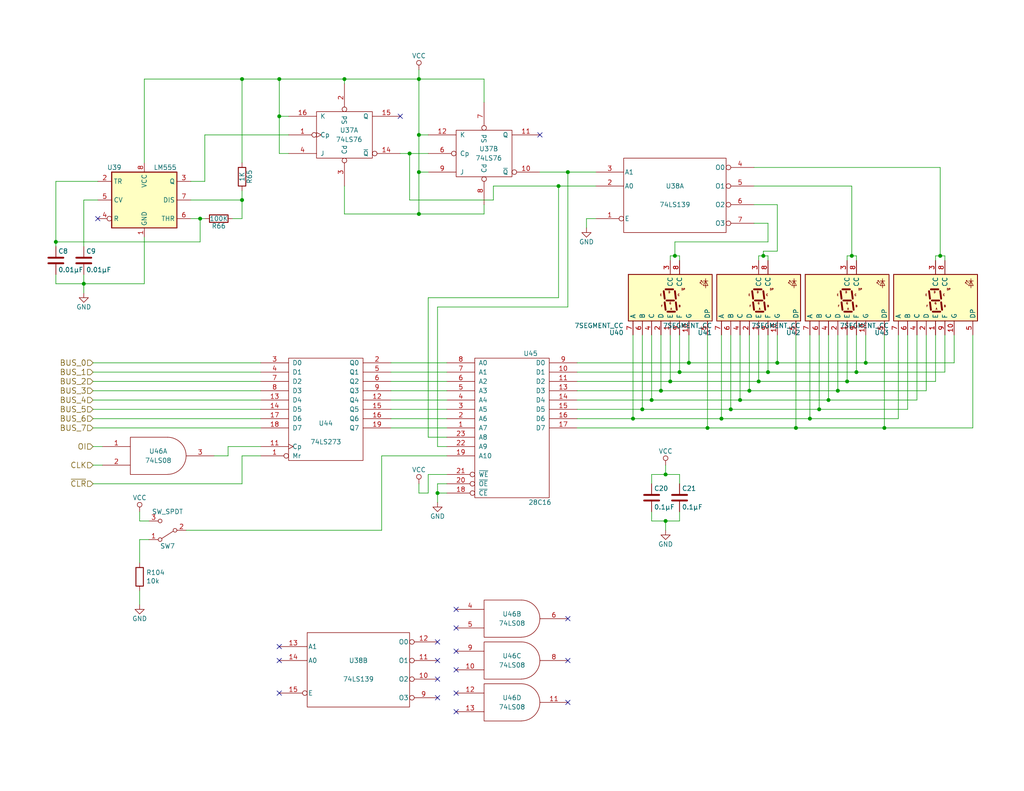
<source format=kicad_sch>
(kicad_sch (version 20231120) (generator "eeschema") (generator_version "8.0")
  (paper "USLetter")
  (lib_symbols
    (symbol "8bit-computer-rescue:28C16-8bit-computer-rescue" (pin_names (offset 1.016))
      (property "Reference" "U" (at 5.08 20.32 0))
      (property "Value" "8bit-computer-rescue:28C16" (at 7.62 -20.32 0))
      (symbol "28C16-8bit-computer-rescue_0_0"
        (pin power_in line (at 0 -20.32 90) (length 1.27) hide (name "GND") (number "12"))
        (pin power_in line (at 0 20.32 270) (length 1.27) hide (name "VCC") (number "24"))
      )
      (symbol "28C16-8bit-computer-rescue_0_1"
        (rectangle (start -10.16 19.05) (end 10.16 -19.05))
      )
      (symbol "28C16-8bit-computer-rescue_1_1"
        (pin input line (at -17.78 0 0) (length 7.62) (name "A7") (number "1"))
        (pin tri_state line (at 17.78 15.24 180) (length 7.62) (name "D1") (number "10"))
        (pin tri_state line (at 17.78 12.7 180) (length 7.62) (name "D2") (number "11"))
        (pin tri_state line (at 17.78 10.16 180) (length 7.62) (name "D3") (number "13"))
        (pin tri_state line (at 17.78 7.62 180) (length 7.62) (name "D4") (number "14"))
        (pin tri_state line (at 17.78 5.08 180) (length 7.62) (name "D5") (number "15"))
        (pin tri_state line (at 17.78 2.54 180) (length 7.62) (name "D6") (number "16"))
        (pin tri_state line (at 17.78 0 180) (length 7.62) (name "D7") (number "17"))
        (pin input inverted (at -17.78 -17.78 0) (length 7.62) (name "~{CE}") (number "18"))
        (pin input line (at -17.78 -7.62 0) (length 7.62) (name "A10") (number "19"))
        (pin input line (at -17.78 2.54 0) (length 7.62) (name "A6") (number "2"))
        (pin input inverted (at -17.78 -15.24 0) (length 7.62) (name "~{OE}") (number "20"))
        (pin input inverted (at -17.78 -12.7 0) (length 7.62) (name "~{WE}") (number "21"))
        (pin input line (at -17.78 -5.08 0) (length 7.62) (name "A9") (number "22"))
        (pin input line (at -17.78 -2.54 0) (length 7.62) (name "A8") (number "23"))
        (pin input line (at -17.78 5.08 0) (length 7.62) (name "A5") (number "3"))
        (pin input line (at -17.78 7.62 0) (length 7.62) (name "A4") (number "4"))
        (pin input line (at -17.78 10.16 0) (length 7.62) (name "A3") (number "5"))
        (pin input line (at -17.78 12.7 0) (length 7.62) (name "A2") (number "6"))
        (pin input line (at -17.78 15.24 0) (length 7.62) (name "A1") (number "7"))
        (pin input line (at -17.78 17.78 0) (length 7.62) (name "A0") (number "8"))
        (pin tri_state line (at 17.78 17.78 180) (length 7.62) (name "D0") (number "9"))
      )
    )
    (symbol "8bit-computer-rescue:74LS08-8bit-computer-rescue" (pin_names (offset 0.762))
      (property "Reference" "U" (at 0 1.27 0))
      (property "Value" "8bit-computer-rescue:74LS08" (at 0 -1.27 0))
      (symbol "74LS08-8bit-computer-rescue_0_0"
        (pin power_in line (at -5.08 5.08 90) (length 0) hide (name "VCC") (number "14"))
        (pin power_in line (at -5.08 -5.08 90) (length 0) hide (name "GND") (number "7"))
      )
      (symbol "74LS08-8bit-computer-rescue_0_1"
        (polyline (pts (xy 2.54 5.08) (xy -7.62 5.08) (xy -7.62 -5.08) (xy 2.54 -5.08)))
        (arc (start 2.5654 -5.0546) (mid 7.5947 0.0001) (end 2.5654 5.08))
      )
      (symbol "74LS08-8bit-computer-rescue_0_2"
        (arc (start -7.62 -5.0292) (mid -5.3094 0.0082) (end -7.62 5.0546))
        (arc (start 0 -5.0546) (mid 4.5632 -3.6449) (end 7.5946 0.0508))
        (polyline (pts (xy -7.62 -5.08) (xy 0 -5.08)))
        (polyline (pts (xy -7.62 5.08) (xy 0 5.08)))
        (arc (start 7.62 0) (mid 4.6132 3.6946) (end 0.0508 5.08))
      )
      (symbol "74LS08-8bit-computer-rescue_1_1"
        (pin input line (at -15.24 2.54 0) (length 7.62) (name "~") (number "1"))
        (pin input line (at -15.24 -2.54 0) (length 7.62) (name "~") (number "2"))
        (pin output line (at 15.24 0 180) (length 7.62) (name "~") (number "3"))
      )
      (symbol "74LS08-8bit-computer-rescue_1_2"
        (pin input inverted (at -15.24 2.54 0) (length 9.398) (name "~") (number "1"))
        (pin input inverted (at -15.24 -2.54 0) (length 9.398) (name "~") (number "2"))
        (pin output inverted (at 15.24 0 180) (length 7.62) (name "~") (number "3"))
      )
      (symbol "74LS08-8bit-computer-rescue_2_1"
        (pin input line (at -15.24 2.54 0) (length 7.62) (name "~") (number "4"))
        (pin input line (at -15.24 -2.54 0) (length 7.62) (name "~") (number "5"))
        (pin output line (at 15.24 0 180) (length 7.62) (name "~") (number "6"))
      )
      (symbol "74LS08-8bit-computer-rescue_2_2"
        (pin input inverted (at -15.24 2.54 0) (length 9.398) (name "~") (number "4"))
        (pin input inverted (at -15.24 -2.54 0) (length 9.398) (name "~") (number "5"))
        (pin output inverted (at 15.24 0 180) (length 7.62) (name "~") (number "6"))
      )
      (symbol "74LS08-8bit-computer-rescue_3_1"
        (pin input line (at -15.24 -2.54 0) (length 7.62) (name "~") (number "10"))
        (pin output line (at 15.24 0 180) (length 7.62) (name "~") (number "8"))
        (pin input line (at -15.24 2.54 0) (length 7.62) (name "~") (number "9"))
      )
      (symbol "74LS08-8bit-computer-rescue_3_2"
        (pin input inverted (at -15.24 -2.54 0) (length 9.398) (name "~") (number "10"))
        (pin output inverted (at 15.24 0 180) (length 7.62) (name "~") (number "8"))
        (pin input inverted (at -15.24 2.54 0) (length 9.398) (name "~") (number "9"))
      )
      (symbol "74LS08-8bit-computer-rescue_4_1"
        (pin output line (at 15.24 0 180) (length 7.62) (name "~") (number "11"))
        (pin input line (at -15.24 2.54 0) (length 7.62) (name "~") (number "12"))
        (pin input line (at -15.24 -2.54 0) (length 7.62) (name "~") (number "13"))
      )
      (symbol "74LS08-8bit-computer-rescue_4_2"
        (pin output inverted (at 15.24 0 180) (length 7.62) (name "~") (number "11"))
        (pin input inverted (at -15.24 2.54 0) (length 9.398) (name "~") (number "12"))
        (pin input inverted (at -15.24 -2.54 0) (length 9.398) (name "~") (number "13"))
      )
    )
    (symbol "8bit-computer-rescue:74LS139-8bit-computer-rescue" (pin_names (offset 0.254))
      (property "Reference" "U" (at 0 2.54 0))
      (property "Value" "8bit-computer-rescue:74LS139" (at 0 -2.54 0))
      (symbol "74LS139-8bit-computer-rescue_0_0"
        (rectangle (start -13.97 -10.16) (end 13.97 10.16))
        (pin power_in line (at -11.43 10.16 90) (length 0) hide (name "VCC") (number "16"))
        (pin power_in line (at -11.43 -10.16 90) (length 0) hide (name "GND") (number "8"))
      )
      (symbol "74LS139-8bit-computer-rescue_1_1"
        (pin input inverted (at -21.59 -6.35 0) (length 7.62) (name "E") (number "1"))
        (pin input line (at -21.59 2.54 0) (length 7.62) (name "A0") (number "2"))
        (pin input line (at -21.59 6.35 0) (length 7.62) (name "A1") (number "3"))
        (pin output inverted (at 21.59 7.62 180) (length 7.62) (name "O0") (number "4"))
        (pin output inverted (at 21.59 2.54 180) (length 7.62) (name "O1") (number "5"))
        (pin output inverted (at 21.59 -2.54 180) (length 7.62) (name "O2") (number "6"))
        (pin output inverted (at 21.59 -7.62 180) (length 7.62) (name "O3") (number "7"))
      )
      (symbol "74LS139-8bit-computer-rescue_2_1"
        (pin output inverted (at 21.59 -2.54 180) (length 7.62) (name "O2") (number "10"))
        (pin output inverted (at 21.59 2.54 180) (length 7.62) (name "O1") (number "11"))
        (pin output inverted (at 21.59 7.62 180) (length 7.62) (name "O0") (number "12"))
        (pin input line (at -21.59 6.35 0) (length 7.62) (name "A1") (number "13"))
        (pin input line (at -21.59 2.54 0) (length 7.62) (name "A0") (number "14"))
        (pin input inverted (at -21.59 -6.35 0) (length 7.62) (name "E") (number "15"))
        (pin output inverted (at 21.59 -7.62 180) (length 7.62) (name "O3") (number "9"))
      )
    )
    (symbol "8bit-computer-rescue:74LS273-8bit-computer-rescue" (pin_names (offset 1.016))
      (property "Reference" "U" (at 0 -3.81 0))
      (property "Value" "8bit-computer-rescue:74LS273" (at 0 -8.89 0))
      (symbol "74LS273-8bit-computer-rescue_0_0"
        (pin power_in line (at -7.62 -13.97 90) (length 0) hide (name "GND") (number "10"))
        (pin power_in line (at -7.62 13.97 90) (length 0) hide (name "VCC") (number "20"))
      )
      (symbol "74LS273-8bit-computer-rescue_0_1"
        (rectangle (start -10.16 13.97) (end 10.16 -13.97))
      )
      (symbol "74LS273-8bit-computer-rescue_1_1"
        (pin input inverted (at -17.78 -12.7 0) (length 7.62) (name "Mr") (number "1"))
        (pin input clock (at -17.78 -10.16 0) (length 7.62) (name "Cp") (number "11"))
        (pin output line (at 17.78 2.54 180) (length 7.62) (name "Q4") (number "12"))
        (pin input line (at -17.78 2.54 0) (length 7.62) (name "D4") (number "13"))
        (pin input line (at -17.78 0 0) (length 7.62) (name "D5") (number "14"))
        (pin output line (at 17.78 0 180) (length 7.62) (name "Q5") (number "15"))
        (pin output line (at 17.78 -2.54 180) (length 7.62) (name "Q6") (number "16"))
        (pin input line (at -17.78 -2.54 0) (length 7.62) (name "D6") (number "17"))
        (pin input line (at -17.78 -5.08 0) (length 7.62) (name "D7") (number "18"))
        (pin output line (at 17.78 -5.08 180) (length 7.62) (name "Q7") (number "19"))
        (pin output line (at 17.78 12.7 180) (length 7.62) (name "Q0") (number "2"))
        (pin input line (at -17.78 12.7 0) (length 7.62) (name "D0") (number "3"))
        (pin input line (at -17.78 10.16 0) (length 7.62) (name "D1") (number "4"))
        (pin output line (at 17.78 10.16 180) (length 7.62) (name "Q1") (number "5"))
        (pin output line (at 17.78 7.62 180) (length 7.62) (name "Q2") (number "6"))
        (pin input line (at -17.78 7.62 0) (length 7.62) (name "D2") (number "7"))
        (pin input line (at -17.78 5.08 0) (length 7.62) (name "D3") (number "8"))
        (pin output line (at 17.78 5.08 180) (length 7.62) (name "Q3") (number "9"))
      )
    )
    (symbol "8bit-computer-rescue:74LS76-8bit-computer-rescue" (pin_names (offset 1.016))
      (property "Reference" "U" (at 1.27 1.27 0))
      (property "Value" "8bit-computer-rescue:74LS76" (at 1.27 -1.27 0))
      (symbol "74LS76-8bit-computer-rescue_0_0"
        (pin power_in line (at -5.08 -6.35 90) (length 0) hide (name "GND") (number "13"))
        (pin power_in line (at -5.08 6.35 90) (length 0) hide (name "VCC") (number "5"))
      )
      (symbol "74LS76-8bit-computer-rescue_0_1"
        (rectangle (start -7.62 6.35) (end 7.62 -6.35))
      )
      (symbol "74LS76-8bit-computer-rescue_1_1"
        (pin input inverted_clock (at -15.24 0 0) (length 7.62) (name "Cp") (number "1"))
        (pin output inverted (at 15.24 -5.08 180) (length 7.62) (name "~{Q}") (number "14"))
        (pin output line (at 15.24 5.08 180) (length 7.62) (name "Q") (number "15"))
        (pin input line (at -15.24 5.08 0) (length 7.62) (name "K") (number "16"))
        (pin input inverted (at 0 13.97 270) (length 7.62) (name "Sd") (number "2"))
        (pin input inverted (at 0 -13.97 90) (length 7.62) (name "Cd") (number "3"))
        (pin input line (at -15.24 -5.08 0) (length 7.62) (name "J") (number "4"))
      )
      (symbol "74LS76-8bit-computer-rescue_2_1"
        (pin output inverted (at 15.24 -5.08 180) (length 7.62) (name "~{Q}") (number "10"))
        (pin output line (at 15.24 5.08 180) (length 7.62) (name "Q") (number "11"))
        (pin input line (at -15.24 5.08 0) (length 7.62) (name "K") (number "12"))
        (pin input inverted (at -15.24 0 0) (length 7.62) (name "Cp") (number "6"))
        (pin input inverted (at 0 13.97 270) (length 7.62) (name "Sd") (number "7"))
        (pin input inverted (at 0 -13.97 90) (length 7.62) (name "Cd") (number "8"))
        (pin input line (at -15.24 -5.08 0) (length 7.62) (name "J") (number "9"))
      )
    )
    (symbol "8bit-computer-rescue:7SEGMENT_CC-8bit-computer-rescue" (pin_names (offset 0.635))
      (property "Reference" "U" (at -12.7 9.525 0))
      (property "Value" "8bit-computer-rescue:7SEGMENT_CC" (at -12.7 7.62 0))
      (symbol "7SEGMENT_CC-8bit-computer-rescue_0_0"
        (text "A" (at 0.254 3.048 0) (effects (font (size 0.508 0.508))))
        (text "B" (at 2.54 2.286 0) (effects (font (size 0.508 0.508))))
        (text "C" (at 2.286 -0.762 0) (effects (font (size 0.508 0.508))))
        (text "D" (at -0.254 -1.524 0) (effects (font (size 0.508 0.508))))
        (text "DP" (at 3.556 -2.286 0) (effects (font (size 0.508 0.508))))
        (text "E" (at -2.54 -0.762 0) (effects (font (size 0.508 0.508))))
        (text "F" (at -2.286 2.286 0) (effects (font (size 0.508 0.508))))
        (text "G" (at 0 1.524 0) (effects (font (size 0.508 0.508))))
      )
      (symbol "7SEGMENT_CC-8bit-computer-rescue_0_1"
        (rectangle (start -11.43 -6.35) (end 11.43 6.35) (stroke (width 0.254)) (fill (type background)))
        (polyline (pts (xy -1.524 0.254) (xy -1.778 -1.778)) (stroke (width 0.508)))
        (polyline (pts (xy -1.27 -2.286) (xy 0.762 -2.286)) (stroke (width 0.508)))
        (polyline (pts (xy -1.27 3.302) (xy -1.524 1.27)) (stroke (width 0.508)))
        (polyline (pts (xy -1.016 0.762) (xy 1.016 0.762)) (stroke (width 0.508)))
        (polyline (pts (xy -0.762 3.81) (xy 1.27 3.81)) (stroke (width 0.508)))
        (polyline (pts (xy 1.524 0.254) (xy 1.27 -1.778)) (stroke (width 0.508)))
        (polyline (pts (xy 1.778 3.302) (xy 1.524 1.27)) (stroke (width 0.508)))
        (polyline (pts (xy 2.54 -2.286) (xy 2.54 -2.286)) (stroke (width 0.508)))
        (polyline (pts (xy 8.763 -3.556) (xy 8.128 -4.191)))
        (polyline (pts (xy 9.017 -4.572) (xy 10.287 -4.572)))
        (polyline (pts (xy 9.017 -4.064) (xy 8.382 -4.699)))
        (polyline (pts (xy 9.652 -5.207) (xy 9.652 -2.667)))
        (polyline (pts (xy 8.128 -3.937) (xy 8.128 -4.191) (xy 8.382 -4.191)))
        (polyline (pts (xy 8.382 -4.445) (xy 8.382 -4.699) (xy 8.636 -4.699)))
        (polyline (pts (xy 9.017 -3.302) (xy 10.287 -3.302) (xy 9.652 -4.572) (xy 9.017 -3.302)))
      )
      (symbol "7SEGMENT_CC-8bit-computer-rescue_1_1"
        (pin input line (at 0 10.16 270) (length 3.81) (name "E") (number "1"))
        (pin input line (at 5.08 10.16 270) (length 3.81) (name "G") (number "10"))
        (pin input line (at -2.54 10.16 270) (length 3.81) (name "D") (number "2"))
        (pin input line (at 0 -10.16 90) (length 3.81) (name "CC") (number "3"))
        (pin input line (at -5.08 10.16 270) (length 3.81) (name "C") (number "4"))
        (pin input line (at 10.16 10.16 270) (length 3.81) (name "DP") (number "5"))
        (pin input line (at -7.62 10.16 270) (length 3.81) (name "B") (number "6"))
        (pin input line (at -10.16 10.16 270) (length 3.81) (name "A") (number "7"))
        (pin input line (at 2.54 -10.16 90) (length 3.81) (name "CC") (number "8"))
        (pin input line (at 2.54 10.16 270) (length 3.81) (name "F") (number "9"))
      )
    )
    (symbol "8bit-computer-rescue:GND-power" (power) (pin_names (offset 0))
      (property "Value" "power:GND" (at 0 -3.81 0))
      (symbol "GND-power_0_1"
        (polyline (pts (xy 0 0) (xy 0 -1.27) (xy 1.27 -1.27) (xy 0 -2.54) (xy -1.27 -1.27) (xy 0 -1.27)))
      )
      (symbol "GND-power_1_1"
        (pin power_in line (at 0 0 270) (length 0) hide (name "GND") (number "1"))
      )
    )
    (symbol "8bit-computer-rescue:LM555-8bit-computer-rescue"
      (property "Reference" "U" (at -10.16 8.89 0))
      (property "Value" "8bit-computer-rescue:LM555" (at 2.54 8.89 0))
      (symbol "LM555-8bit-computer-rescue_0_0"
        (pin power_in line (at 0 -10.16 90) (length 2.54) (name "GND") (number "1"))
        (pin power_in line (at 0 10.16 270) (length 2.54) (name "VCC") (number "8"))
      )
      (symbol "LM555-8bit-computer-rescue_0_1"
        (rectangle (start -8.89 -7.62) (end 8.89 7.62) (stroke (width 0.254)) (fill (type background)))
        (rectangle (start -8.89 -7.62) (end 8.89 7.62) (stroke (width 0.254)) (fill (type background)))
      )
      (symbol "LM555-8bit-computer-rescue_1_1"
        (pin input line (at -12.7 5.08 0) (length 3.81) (name "TR") (number "2"))
        (pin output line (at 12.7 5.08 180) (length 3.81) (name "Q") (number "3"))
        (pin input inverted (at -12.7 -5.08 0) (length 3.81) (name "R") (number "4"))
        (pin input line (at -12.7 0 0) (length 3.81) (name "CV") (number "5"))
        (pin input line (at 12.7 -5.08 180) (length 3.81) (name "THR") (number "6"))
        (pin input line (at 12.7 0 180) (length 3.81) (name "DIS") (number "7"))
      )
    )
    (symbol "8bit-computer-rescue:SW_SPDT-8bit-computer-rescue" (pin_names (offset 0) hide)
      (property "Reference" "SW" (at 0 4.318 0))
      (property "Value" "8bit-computer-rescue:SW_SPDT" (at 0 -5.08 0))
      (symbol "SW_SPDT-8bit-computer-rescue_0_0"
        (circle (center -2.032 0) (radius 0.508))
        (circle (center 2.032 -2.54) (radius 0.508))
      )
      (symbol "SW_SPDT-8bit-computer-rescue_0_1"
        (polyline (pts (xy -1.524 0.254) (xy 1.651 2.286)))
        (circle (center 2.032 2.54) (radius 0.508))
      )
      (symbol "SW_SPDT-8bit-computer-rescue_1_1"
        (pin passive line (at 5.08 2.54 180) (length 2.54) (name "A") (number "1"))
        (pin passive line (at -5.08 0 0) (length 2.54) (name "B") (number "2"))
        (pin passive line (at 5.08 -2.54 180) (length 2.54) (name "C") (number "3"))
      )
    )
    (symbol "8bit-computer-rescue:VCC-power" (power) (pin_names (offset 0))
      (property "Value" "power:VCC" (at 0 3.81 0))
      (symbol "VCC-power_0_1"
        (polyline (pts (xy 0 0) (xy 0 1.27)))
        (circle (center 0 1.905) (radius 0.635))
      )
      (symbol "VCC-power_1_1"
        (pin power_in line (at 0 0 90) (length 0) hide (name "VCC") (number "1"))
      )
    )
    (symbol "Device:C" (pin_numbers hide) (pin_names (offset 0.254))
      (property "Reference" "C" (at 0.635 2.54 0))
      (property "Value" "C" (at 0.635 -2.54 0))
      (symbol "C_0_1"
        (polyline (pts (xy -2.032 -0.762) (xy 2.032 -0.762)) (stroke (width 0.508)))
        (polyline (pts (xy -2.032 0.762) (xy 2.032 0.762)) (stroke (width 0.508)))
      )
      (symbol "C_1_1"
        (pin passive line (at 0 3.81 270) (length 2.794) (name "~") (number "1"))
        (pin passive line (at 0 -3.81 90) (length 2.794) (name "~") (number "2"))
      )
    )
    (symbol "Device:R" (pin_numbers hide) (pin_names (offset 0))
      (property "Reference" "R" (at 2.032 0 90))
      (property "Value" "R" (at 0 0 90))
      (symbol "R_0_1"
        (rectangle (start -1.016 -2.54) (end 1.016 2.54) (stroke (width 0.254)))
      )
      (symbol "R_1_1"
        (pin passive line (at 0 3.81 270) (length 1.27) (name "~") (number "1"))
        (pin passive line (at 0 -3.81 90) (length 1.27) (name "~") (number "2"))
      )
    )
  )
  (junction (at 172.72 114.3))
  (junction (at 175.26 111.76))
  (junction (at 228.6 106.68))
  (junction (at 232.41 69.85))
  (junction (at 256.54 69.85))
  (junction (at 204.47 106.68))
  (junction (at 93.98 21.59))
  (junction (at 223.52 111.76))
  (junction (at 226.06 109.22))
  (junction (at 231.14 104.14))
  (junction (at 217.17 116.84))
  (junction (at 114.3 21.59))
  (junction (at 114.3 36.83))
  (junction (at 76.2 31.75))
  (junction (at 196.85 114.3))
  (junction (at 185.42 101.6))
  (junction (at 220.98 114.3))
  (junction (at 111.76 41.91))
  (junction (at 184.15 69.85))
  (junction (at 193.04 116.84))
  (junction (at 182.88 104.14))
  (junction (at 119.38 134.62))
  (junction (at 152.4 50.8))
  (junction (at 208.28 69.85))
  (junction (at 114.3 58.42))
  (junction (at 209.55 101.6))
  (junction (at 66.04 54.61))
  (junction (at 207.01 104.14))
  (junction (at 236.22 99.06))
  (junction (at 177.8 109.22))
  (junction (at 233.68 101.6))
  (junction (at 66.04 21.59))
  (junction (at 154.94 46.99))
  (junction (at 187.96 99.06))
  (junction (at 241.3 116.84))
  (junction (at 181.61 129.54))
  (junction (at 76.2 21.59))
  (junction (at 199.39 111.76))
  (junction (at 54.61 59.69))
  (junction (at 22.86 77.47))
  (junction (at 15.24 66.04))
  (junction (at 201.93 109.22))
  (junction (at 114.3 46.99))
  (junction (at 181.61 142.24))
  (junction (at 180.34 106.68))
  (junction (at 212.09 99.06))
  (no_connect (at 119.38 185.42))
  (no_connect (at 109.22 31.75))
  (no_connect (at 76.2 180.34))
  (no_connect (at 124.46 171.45))
  (no_connect (at 124.46 166.37))
  (no_connect (at 154.94 168.91))
  (no_connect (at 154.94 180.34))
  (no_connect (at 119.38 180.34))
  (no_connect (at 76.2 189.23))
  (no_connect (at 124.46 182.88))
  (no_connect (at 147.32 36.83))
  (no_connect (at 119.38 175.26))
  (no_connect (at 124.46 194.31))
  (no_connect (at 124.46 189.23))
  (no_connect (at 76.2 176.53))
  (no_connect (at 154.94 191.77))
  (no_connect (at 26.67 59.69))
  (no_connect (at 119.38 190.5))
  (no_connect (at 124.46 177.8))
  (wire (pts (xy 22.86 54.61) (xy 22.86 67.31)))
  (wire (pts (xy 256.54 69.85) (xy 257.81 69.85)))
  (wire (pts (xy 52.07 54.61) (xy 66.04 54.61)))
  (wire (pts (xy 228.6 106.68) (xy 228.6 91.44)))
  (wire (pts (xy 15.24 77.47) (xy 22.86 77.47)))
  (wire (pts (xy 22.86 77.47) (xy 39.37 77.47)))
  (wire (pts (xy 54.61 59.69) (xy 55.88 59.69)))
  (wire (pts (xy 177.8 109.22) (xy 177.8 91.44)))
  (wire (pts (xy 208.28 69.85) (xy 208.28 68.58)))
  (wire (pts (xy 154.94 46.99) (xy 162.56 46.99)))
  (wire (pts (xy 134.62 50.8) (xy 134.62 54.61)))
  (wire (pts (xy 66.04 21.59) (xy 66.04 44.45)))
  (wire (pts (xy 231.14 71.12) (xy 231.14 69.85)))
  (wire (pts (xy 55.88 36.83) (xy 78.74 36.83)))
  (wire (pts (xy 177.8 109.22) (xy 201.93 109.22)))
  (wire (pts (xy 175.26 111.76) (xy 199.39 111.76)))
  (wire (pts (xy 116.84 81.28) (xy 116.84 119.38)))
  (wire (pts (xy 25.4 121.92) (xy 27.94 121.92)))
  (wire (pts (xy 223.52 111.76) (xy 247.65 111.76)))
  (wire (pts (xy 182.88 104.14) (xy 207.01 104.14)))
  (wire (pts (xy 132.08 21.59) (xy 132.08 27.94)))
  (wire (pts (xy 185.42 129.54) (xy 185.42 132.08)))
  (wire (pts (xy 119.38 121.92) (xy 121.92 121.92)))
  (wire (pts (xy 181.61 127) (xy 181.61 129.54)))
  (wire (pts (xy 212.09 55.88) (xy 205.74 55.88)))
  (wire (pts (xy 38.1 161.29) (xy 38.1 165.1)))
  (wire (pts (xy 147.32 46.99) (xy 154.94 46.99)))
  (wire (pts (xy 109.22 41.91) (xy 111.76 41.91)))
  (wire (pts (xy 233.68 91.44) (xy 233.68 101.6)))
  (wire (pts (xy 26.67 49.53) (xy 15.24 49.53)))
  (wire (pts (xy 157.48 116.84) (xy 193.04 116.84)))
  (wire (pts (xy 172.72 114.3) (xy 196.85 114.3)))
  (wire (pts (xy 185.42 101.6) (xy 209.55 101.6)))
  (wire (pts (xy 209.55 66.04) (xy 209.55 60.96)))
  (wire (pts (xy 76.2 31.75) (xy 76.2 41.91)))
  (wire (pts (xy 207.01 104.14) (xy 207.01 91.44)))
  (wire (pts (xy 106.68 101.6) (xy 121.92 101.6)))
  (wire (pts (xy 231.14 104.14) (xy 231.14 91.44)))
  (wire (pts (xy 76.2 41.91) (xy 78.74 41.91)))
  (wire (pts (xy 119.38 132.08) (xy 119.38 134.62)))
  (wire (pts (xy 66.04 54.61) (xy 66.04 59.69)))
  (wire (pts (xy 104.14 144.78) (xy 104.14 124.46)))
  (wire (pts (xy 260.35 99.06) (xy 260.35 91.44)))
  (wire (pts (xy 93.98 21.59) (xy 93.98 22.86)))
  (wire (pts (xy 212.09 99.06) (xy 212.09 91.44)))
  (wire (pts (xy 54.61 59.69) (xy 54.61 66.04)))
  (wire (pts (xy 175.26 111.76) (xy 175.26 91.44)))
  (wire (pts (xy 66.04 52.07) (xy 66.04 54.61)))
  (wire (pts (xy 172.72 91.44) (xy 172.72 114.3)))
  (wire (pts (xy 106.68 116.84) (xy 121.92 116.84)))
  (wire (pts (xy 185.42 69.85) (xy 185.42 71.12)))
  (wire (pts (xy 193.04 116.84) (xy 217.17 116.84)))
  (wire (pts (xy 114.3 36.83) (xy 116.84 36.83)))
  (wire (pts (xy 39.37 21.59) (xy 66.04 21.59)))
  (wire (pts (xy 114.3 21.59) (xy 132.08 21.59)))
  (wire (pts (xy 184.15 69.85) (xy 184.15 66.04)))
  (wire (pts (xy 152.4 50.8) (xy 162.56 50.8)))
  (wire (pts (xy 199.39 111.76) (xy 199.39 91.44)))
  (wire (pts (xy 207.01 69.85) (xy 208.28 69.85)))
  (wire (pts (xy 157.48 109.22) (xy 177.8 109.22)))
  (wire (pts (xy 119.38 134.62) (xy 121.92 134.62)))
  (wire (pts (xy 250.19 109.22) (xy 250.19 91.44)))
  (wire (pts (xy 157.48 101.6) (xy 185.42 101.6)))
  (wire (pts (xy 212.09 99.06) (xy 236.22 99.06)))
  (wire (pts (xy 255.27 71.12) (xy 255.27 69.85)))
  (wire (pts (xy 121.92 132.08) (xy 119.38 132.08)))
  (wire (pts (xy 52.07 49.53) (xy 55.88 49.53)))
  (wire (pts (xy 257.81 101.6) (xy 257.81 91.44)))
  (wire (pts (xy 157.48 114.3) (xy 172.72 114.3)))
  (wire (pts (xy 187.96 99.06) (xy 212.09 99.06)))
  (wire (pts (xy 231.14 69.85) (xy 232.41 69.85)))
  (wire (pts (xy 226.06 109.22) (xy 226.06 91.44)))
  (wire (pts (xy 52.07 59.69) (xy 54.61 59.69)))
  (wire (pts (xy 154.94 83.82) (xy 154.94 46.99)))
  (wire (pts (xy 257.81 69.85) (xy 257.81 71.12)))
  (wire (pts (xy 116.84 129.54) (xy 121.92 129.54)))
  (wire (pts (xy 182.88 91.44) (xy 182.88 104.14)))
  (wire (pts (xy 119.38 83.82) (xy 154.94 83.82)))
  (wire (pts (xy 106.68 104.14) (xy 121.92 104.14)))
  (wire (pts (xy 220.98 114.3) (xy 220.98 91.44)))
  (wire (pts (xy 39.37 77.47) (xy 39.37 64.77)))
  (wire (pts (xy 114.3 58.42) (xy 132.08 58.42)))
  (wire (pts (xy 157.48 99.06) (xy 187.96 99.06)))
  (wire (pts (xy 114.3 46.99) (xy 114.3 58.42)))
  (wire (pts (xy 134.62 54.61) (xy 111.76 54.61)))
  (wire (pts (xy 233.68 101.6) (xy 257.81 101.6)))
  (wire (pts (xy 157.48 106.68) (xy 180.34 106.68)))
  (wire (pts (xy 93.98 50.8) (xy 93.98 58.42)))
  (wire (pts (xy 25.4 127) (xy 27.94 127)))
  (wire (pts (xy 226.06 109.22) (xy 250.19 109.22)))
  (wire (pts (xy 157.48 104.14) (xy 182.88 104.14)))
  (wire (pts (xy 181.61 142.24) (xy 185.42 142.24)))
  (wire (pts (xy 104.14 124.46) (xy 121.92 124.46)))
  (wire (pts (xy 26.67 54.61) (xy 22.86 54.61)))
  (wire (pts (xy 196.85 114.3) (xy 220.98 114.3)))
  (wire (pts (xy 187.96 99.06) (xy 187.96 91.44)))
  (wire (pts (xy 111.76 41.91) (xy 111.76 54.61)))
  (wire (pts (xy 247.65 111.76) (xy 247.65 91.44)))
  (wire (pts (xy 93.98 58.42) (xy 114.3 58.42)))
  (wire (pts (xy 245.11 114.3) (xy 245.11 91.44)))
  (wire (pts (xy 196.85 114.3) (xy 196.85 91.44)))
  (wire (pts (xy 217.17 116.84) (xy 217.17 91.44)))
  (wire (pts (xy 15.24 74.93) (xy 15.24 77.47)))
  (wire (pts (xy 217.17 116.84) (xy 241.3 116.84)))
  (wire (pts (xy 66.04 124.46) (xy 71.12 124.46)))
  (wire (pts (xy 132.08 58.42) (xy 132.08 55.88)))
  (wire (pts (xy 38.1 147.32) (xy 38.1 153.67)))
  (wire (pts (xy 62.23 124.46) (xy 62.23 121.92)))
  (wire (pts (xy 25.4 116.84) (xy 71.12 116.84)))
  (wire (pts (xy 40.64 147.32) (xy 38.1 147.32)))
  (wire (pts (xy 201.93 109.22) (xy 201.93 91.44)))
  (wire (pts (xy 119.38 134.62) (xy 119.38 137.16)))
  (wire (pts (xy 66.04 59.69) (xy 63.5 59.69)))
  (wire (pts (xy 58.42 124.46) (xy 62.23 124.46)))
  (wire (pts (xy 233.68 69.85) (xy 233.68 71.12)))
  (wire (pts (xy 22.86 74.93) (xy 22.86 77.47)))
  (wire (pts (xy 180.34 106.68) (xy 204.47 106.68)))
  (wire (pts (xy 184.15 69.85) (xy 185.42 69.85)))
  (wire (pts (xy 184.15 66.04) (xy 209.55 66.04)))
  (wire (pts (xy 15.24 49.53) (xy 15.24 66.04)))
  (wire (pts (xy 255.27 69.85) (xy 256.54 69.85)))
  (wire (pts (xy 76.2 21.59) (xy 76.2 31.75)))
  (wire (pts (xy 93.98 21.59) (xy 114.3 21.59)))
  (wire (pts (xy 182.88 71.12) (xy 182.88 69.85)))
  (wire (pts (xy 177.8 142.24) (xy 181.61 142.24)))
  (wire (pts (xy 177.8 132.08) (xy 177.8 129.54)))
  (wire (pts (xy 207.01 71.12) (xy 207.01 69.85)))
  (wire (pts (xy 185.42 142.24) (xy 185.42 139.7)))
  (wire (pts (xy 114.3 36.83) (xy 114.3 46.99)))
  (wire (pts (xy 209.55 91.44) (xy 209.55 101.6)))
  (wire (pts (xy 209.55 101.6) (xy 233.68 101.6)))
  (wire (pts (xy 232.41 69.85) (xy 233.68 69.85)))
  (wire (pts (xy 114.3 46.99) (xy 116.84 46.99)))
  (wire (pts (xy 116.84 134.62) (xy 116.84 129.54)))
  (wire (pts (xy 252.73 106.68) (xy 252.73 91.44)))
  (wire (pts (xy 76.2 21.59) (xy 93.98 21.59)))
  (wire (pts (xy 121.92 109.22) (xy 106.68 109.22)))
  (wire (pts (xy 114.3 134.62) (xy 116.84 134.62)))
  (wire (pts (xy 66.04 21.59) (xy 76.2 21.59)))
  (wire (pts (xy 185.42 101.6) (xy 185.42 91.44)))
  (wire (pts (xy 66.04 132.08) (xy 66.04 124.46)))
  (wire (pts (xy 111.76 41.91) (xy 116.84 41.91)))
  (wire (pts (xy 22.86 77.47) (xy 22.86 80.01)))
  (wire (pts (xy 39.37 21.59) (xy 39.37 44.45)))
  (wire (pts (xy 25.4 101.6) (xy 71.12 101.6)))
  (wire (pts (xy 134.62 50.8) (xy 152.4 50.8)))
  (wire (pts (xy 265.43 116.84) (xy 265.43 91.44)))
  (wire (pts (xy 116.84 119.38) (xy 121.92 119.38)))
  (wire (pts (xy 71.12 104.14) (xy 25.4 104.14)))
  (wire (pts (xy 71.12 114.3) (xy 25.4 114.3)))
  (wire (pts (xy 106.68 106.68) (xy 121.92 106.68)))
  (wire (pts (xy 223.52 111.76) (xy 223.52 91.44)))
  (wire (pts (xy 231.14 104.14) (xy 255.27 104.14)))
  (wire (pts (xy 207.01 104.14) (xy 231.14 104.14)))
  (wire (pts (xy 204.47 106.68) (xy 204.47 91.44)))
  (wire (pts (xy 152.4 50.8) (xy 152.4 81.28)))
  (wire (pts (xy 71.12 99.06) (xy 25.4 99.06)))
  (wire (pts (xy 205.74 45.72) (xy 256.54 45.72)))
  (wire (pts (xy 38.1 142.24) (xy 40.64 142.24)))
  (wire (pts (xy 177.8 129.54) (xy 181.61 129.54)))
  (wire (pts (xy 38.1 139.7) (xy 38.1 142.24)))
  (wire (pts (xy 199.39 111.76) (xy 223.52 111.76)))
  (wire (pts (xy 76.2 31.75) (xy 78.74 31.75)))
  (wire (pts (xy 106.68 99.06) (xy 121.92 99.06)))
  (wire (pts (xy 180.34 106.68) (xy 180.34 91.44)))
  (wire (pts (xy 181.61 129.54) (xy 185.42 129.54)))
  (wire (pts (xy 119.38 83.82) (xy 119.38 121.92)))
  (wire (pts (xy 152.4 81.28) (xy 116.84 81.28)))
  (wire (pts (xy 236.22 99.06) (xy 260.35 99.06)))
  (wire (pts (xy 212.09 68.58) (xy 212.09 55.88)))
  (wire (pts (xy 25.4 106.68) (xy 71.12 106.68)))
  (wire (pts (xy 114.3 19.05) (xy 114.3 21.59)))
  (wire (pts (xy 228.6 106.68) (xy 252.73 106.68)))
  (wire (pts (xy 55.88 49.53) (xy 55.88 36.83)))
  (wire (pts (xy 209.55 69.85) (xy 209.55 71.12)))
  (wire (pts (xy 232.41 50.8) (xy 205.74 50.8)))
  (wire (pts (xy 182.88 69.85) (xy 184.15 69.85)))
  (wire (pts (xy 255.27 104.14) (xy 255.27 91.44)))
  (wire (pts (xy 54.61 66.04) (xy 15.24 66.04)))
  (wire (pts (xy 25.4 132.08) (xy 66.04 132.08)))
  (wire (pts (xy 121.92 114.3) (xy 106.68 114.3)))
  (wire (pts (xy 177.8 139.7) (xy 177.8 142.24)))
  (wire (pts (xy 236.22 99.06) (xy 236.22 91.44)))
  (wire (pts (xy 62.23 121.92) (xy 71.12 121.92)))
  (wire (pts (xy 256.54 45.72) (xy 256.54 69.85)))
  (wire (pts (xy 71.12 109.22) (xy 25.4 109.22)))
  (wire (pts (xy 208.28 68.58) (xy 212.09 68.58)))
  (wire (pts (xy 232.41 69.85) (xy 232.41 50.8)))
  (wire (pts (xy 114.3 132.08) (xy 114.3 134.62)))
  (wire (pts (xy 201.93 109.22) (xy 226.06 109.22)))
  (wire (pts (xy 241.3 116.84) (xy 265.43 116.84)))
  (wire (pts (xy 15.24 66.04) (xy 15.24 67.31)))
  (wire (pts (xy 106.68 111.76) (xy 121.92 111.76)))
  (wire (pts (xy 208.28 69.85) (xy 209.55 69.85)))
  (wire (pts (xy 157.48 111.76) (xy 175.26 111.76)))
  (wire (pts (xy 204.47 106.68) (xy 228.6 106.68)))
  (wire (pts (xy 114.3 21.59) (xy 114.3 36.83)))
  (wire (pts (xy 162.56 59.69) (xy 160.02 59.69)))
  (wire (pts (xy 50.8 144.78) (xy 104.14 144.78)))
  (wire (pts (xy 160.02 59.69) (xy 160.02 62.23)))
  (wire (pts (xy 181.61 142.24) (xy 181.61 144.78)))
  (wire (pts (xy 209.55 60.96) (xy 205.74 60.96)))
  (wire (pts (xy 193.04 91.44) (xy 193.04 116.84)))
  (wire (pts (xy 25.4 111.76) (xy 71.12 111.76)))
  (wire (pts (xy 241.3 116.84) (xy 241.3 91.44)))
  (wire (pts (xy 220.98 114.3) (xy 245.11 114.3)))
  (hierarchical_label "BUS_0" (shape input) (at 25.4 99.06 180) (effects (font (size 1.524 1.524))))
  (hierarchical_label "BUS_6" (shape input) (at 25.4 114.3 180) (effects (font (size 1.524 1.524))))
  (hierarchical_label "OI" (shape input) (at 25.4 121.92 180) (effects (font (size 1.524 1.524))))
  (hierarchical_label "~{CLR}" (shape input) (at 25.4 132.08 180) (effects (font (size 1.524 1.524))))
  (hierarchical_label "BUS_1" (shape input) (at 25.4 101.6 180) (effects (font (size 1.524 1.524))))
  (hierarchical_label "BUS_4" (shape input) (at 25.4 109.22 180) (effects (font (size 1.524 1.524))))
  (hierarchical_label "BUS_2" (shape input) (at 25.4 104.14 180) (effects (font (size 1.524 1.524))))
  (hierarchical_label "CLK" (shape input) (at 25.4 127 180) (effects (font (size 1.524 1.524))))
  (hierarchical_label "BUS_7" (shape input) (at 25.4 116.84 180) (effects (font (size 1.524 1.524))))
  (hierarchical_label "BUS_5" (shape input) (at 25.4 111.76 180) (effects (font (size 1.524 1.524))))
  (hierarchical_label "BUS_3" (shape input) (at 25.4 106.68 180) (effects (font (size 1.524 1.524))))
  (symbol (lib_id "8bit-computer-rescue:28C16-8bit-computer-rescue") (at 139.7 116.84 0) (unit 1)
    (property "Reference" "U45" (at 144.78 96.52 0))
    (property "Value" "28C16" (at 147.32 137.16 0))
    (property "Footprint" "Package_DIP:DIP-24_W15.24mm_Socket" (effects (hide yes)))
  )
  (symbol (lib_id "8bit-computer-rescue:7SEGMENT_CC-8bit-computer-rescue") (at 255.27 81.28 0) (mirror x) (unit 1)
    (property "Reference" "U43" (at 242.57 90.805 0) (effects (justify right)))
    (property "Value" "7SEGMENT_CC" (at 242.57 88.9 0) (effects (justify right)))
    (property "Footprint" "Display_7Segment:7SegmentLED_LTS6760_LTS6780" (effects (hide yes)))
  )
  (symbol (lib_id "8bit-computer-rescue:7SEGMENT_CC-8bit-computer-rescue") (at 231.14 81.28 0) (mirror x) (unit 1)
    (property "Reference" "U42" (at 218.44 90.805 0) (effects (justify right)))
    (property "Value" "7SEGMENT_CC" (at 218.44 88.9 0) (effects (justify right)))
    (property "Footprint" "Display_7Segment:7SegmentLED_LTS6760_LTS6780" (effects (hide yes)))
  )
  (symbol (lib_id "8bit-computer-rescue:7SEGMENT_CC-8bit-computer-rescue") (at 182.88 81.28 0) (mirror x) (unit 1)
    (property "Reference" "U40" (at 170.18 90.805 0) (effects (justify right)))
    (property "Value" "7SEGMENT_CC" (at 170.18 88.9 0) (effects (justify right)))
    (property "Footprint" "Display_7Segment:7SegmentLED_LTS6760_LTS6780" (effects (hide yes)))
  )
  (symbol (lib_id "8bit-computer-rescue:7SEGMENT_CC-8bit-computer-rescue") (at 207.01 81.28 0) (mirror x) (unit 1)
    (property "Reference" "U41" (at 194.31 90.805 0) (effects (justify right)))
    (property "Value" "7SEGMENT_CC" (at 194.31 88.9 0) (effects (justify right)))
    (property "Footprint" "Display_7Segment:7SegmentLED_LTS6760_LTS6780" (effects (hide yes)))
  )
  (symbol (lib_id "Device:R") (at 66.04 48.26 0) (unit 1)
    (property "Reference" "R65" (at 68.072 48.26 90))
    (property "Value" "1K" (at 66.04 48.26 90))
    (property "Footprint" "Resistor_THT:R_Axial_DIN0207_L6.3mm_D2.5mm_P7.62mm_Horizontal" (effects (hide yes)))
  )
  (symbol (lib_id "Device:R") (at 59.69 59.69 270) (unit 1)
    (property "Reference" "R66" (at 59.69 61.722 90))
    (property "Value" "100K" (at 59.69 59.69 90))
    (property "Footprint" "Resistor_THT:R_Axial_DIN0207_L6.3mm_D2.5mm_P7.62mm_Horizontal" (effects (hide yes)))
  )
  (symbol (lib_id "Device:C") (at 22.86 71.12 0) (unit 1)
    (property "Reference" "C9" (at 23.495 68.58 0) (effects (justify left)))
    (property "Value" "0.01µF" (at 23.495 73.66 0) (effects (justify left)))
    (property "Footprint" "Capacitor_THT:C_Disc_D4.3mm_W1.9mm_P5.00mm" (effects (hide yes)))
  )
  (symbol (lib_id "Device:C") (at 15.24 71.12 0) (unit 1)
    (property "Reference" "C8" (at 15.875 68.58 0) (effects (justify left)))
    (property "Value" "0.01µF" (at 15.875 73.66 0) (effects (justify left)))
    (property "Footprint" "Capacitor_THT:C_Disc_D4.3mm_W1.9mm_P5.00mm" (effects (hide yes)))
  )
  (symbol (lib_id "8bit-computer-rescue:LM555-8bit-computer-rescue") (at 39.37 54.61 0) (unit 1)
    (property "Reference" "U39" (at 29.21 45.72 0) (effects (justify left)))
    (property "Value" "LM555" (at 41.91 45.72 0) (effects (justify left)))
    (property "Footprint" "Package_DIP:DIP-8_W7.62mm" (effects (hide yes)))
  )
  (symbol (lib_id "8bit-computer-rescue:74LS08-8bit-computer-rescue") (at 43.18 124.46 0) (unit 1)
    (property "Reference" "U46" (at 43.18 123.19 0))
    (property "Value" "74LS08" (at 43.18 125.73 0))
    (property "Footprint" "Package_DIP:DIP-14_W7.62mm" (effects (hide yes)))
  )
  (symbol (lib_id "8bit-computer-rescue:74LS76-8bit-computer-rescue") (at 93.98 36.83 0) (unit 1)
    (property "Reference" "U37" (at 95.25 35.56 0))
    (property "Value" "74LS76" (at 95.25 38.1 0))
    (property "Footprint" "Package_DIP:DIP-16_W7.62mm" (effects (hide yes)))
  )
  (symbol (lib_id "8bit-computer-rescue:74LS139-8bit-computer-rescue") (at 184.15 53.34 0) (unit 1)
    (property "Reference" "U38" (at 184.15 50.8 0))
    (property "Value" "74LS139" (at 184.15 55.88 0))
    (property "Footprint" "Package_DIP:DIP-16_W7.62mm" (effects (hide yes)))
  )
  (symbol (lib_id "8bit-computer-rescue:74LS273-8bit-computer-rescue") (at 88.9 111.76 0) (unit 1)
    (property "Reference" "U44" (at 88.9 115.57 0))
    (property "Value" "74LS273" (at 88.9 120.65 0))
    (property "Footprint" "Package_DIP:DIP-20_W7.62mm" (effects (hide yes)))
  )
  (symbol (lib_id "8bit-computer-rescue:74LS76-8bit-computer-rescue") (at 132.08 41.91 0) (unit 2)
    (property "Reference" "U37" (at 133.35 40.64 0))
    (property "Value" "74LS76" (at 133.35 43.18 0))
    (property "Footprint" "Package_DIP:DIP-16_W7.62mm" (effects (hide yes)))
  )
  (symbol (lib_id "8bit-computer-rescue:GND-power") (at 160.02 62.23 0) (unit 1)
    (property "Reference" "#PWR059" (effects (hide yes)))
    (property "Value" "GND" (at 160.02 66.04 0))
  )
  (symbol (lib_id "8bit-computer-rescue:GND-power") (at 22.86 80.01 0) (unit 1)
    (property "Reference" "#PWR060" (effects (hide yes)))
    (property "Value" "GND" (at 22.86 83.82 0))
  )
  (symbol (lib_id "8bit-computer-rescue:VCC-power") (at 114.3 19.05 0) (unit 1)
    (property "Reference" "#PWR061" (effects (hide yes)))
    (property "Value" "VCC" (at 114.3 15.24 0))
  )
  (symbol (lib_id "8bit-computer-rescue:SW_SPDT-8bit-computer-rescue") (at 45.72 144.78 180) (unit 1)
    (property "Reference" "SW7" (at 45.72 149.098 0))
    (property "Value" "SW_SPDT" (at 45.72 139.7 0))
    (property "Footprint" "8bit-custom-footprints:DPDT-pushbutton" (effects (hide yes)))
  )
  (symbol (lib_id "8bit-computer-rescue:VCC-power") (at 38.1 139.7 0) (unit 1)
    (property "Reference" "#PWR062" (effects (hide yes)))
    (property "Value" "VCC" (at 38.1 135.89 0))
  )
  (symbol (lib_id "8bit-computer-rescue:GND-power") (at 38.1 165.1 0) (unit 1)
    (property "Reference" "#PWR063" (effects (hide yes)))
    (property "Value" "GND" (at 38.1 168.91 0))
  )
  (symbol (lib_id "8bit-computer-rescue:GND-power") (at 119.38 137.16 0) (unit 1)
    (property "Reference" "#PWR064" (effects (hide yes)))
    (property "Value" "GND" (at 119.38 140.97 0))
  )
  (symbol (lib_id "8bit-computer-rescue:VCC-power") (at 114.3 132.08 0) (unit 1)
    (property "Reference" "#PWR065" (effects (hide yes)))
    (property "Value" "VCC" (at 114.3 128.27 0))
  )
  (symbol (lib_id "8bit-computer-rescue:74LS139-8bit-computer-rescue") (at 97.79 182.88 0) (unit 2)
    (property "Reference" "U38" (at 97.79 180.34 0))
    (property "Value" "74LS139" (at 97.79 185.42 0))
    (property "Footprint" "Package_DIP:DIP-16_W7.62mm" (effects (hide yes)))
  )
  (symbol (lib_id "8bit-computer-rescue:74LS08-8bit-computer-rescue") (at 139.7 168.91 0) (unit 2)
    (property "Reference" "U46" (at 139.7 167.64 0))
    (property "Value" "74LS08" (at 139.7 170.18 0))
    (property "Footprint" "Package_DIP:DIP-14_W7.62mm" (effects (hide yes)))
  )
  (symbol (lib_id "8bit-computer-rescue:74LS08-8bit-computer-rescue") (at 139.7 180.34 0) (unit 3)
    (property "Reference" "U46" (at 139.7 179.07 0))
    (property "Value" "74LS08" (at 139.7 181.61 0))
    (property "Footprint" "Package_DIP:DIP-14_W7.62mm" (effects (hide yes)))
  )
  (symbol (lib_id "8bit-computer-rescue:74LS08-8bit-computer-rescue") (at 139.7 191.77 0) (unit 4)
    (property "Reference" "U46" (at 139.7 190.5 0))
    (property "Value" "74LS08" (at 139.7 193.04 0))
    (property "Footprint" "Package_DIP:DIP-14_W7.62mm" (effects (hide yes)))
  )
  (symbol (lib_id "Device:C") (at 177.8 135.89 0) (unit 1)
    (property "Reference" "C20" (at 178.435 133.35 0) (effects (justify left)))
    (property "Value" "0.1µF" (at 178.435 138.43 0) (effects (justify left)))
    (property "Footprint" "Capacitor_THT:C_Disc_D4.3mm_W1.9mm_P5.00mm" (effects (hide yes)))
  )
  (symbol (lib_id "8bit-computer-rescue:VCC-power") (at 181.61 127 0) (unit 1)
    (property "Reference" "#PWR066" (effects (hide yes)))
    (property "Value" "VCC" (at 181.61 123.19 0))
  )
  (symbol (lib_id "8bit-computer-rescue:GND-power") (at 181.61 144.78 0) (unit 1)
    (property "Reference" "#PWR067" (effects (hide yes)))
    (property "Value" "GND" (at 181.61 148.59 0))
  )
  (symbol (lib_id "Device:C") (at 185.42 135.89 0) (unit 1)
    (property "Reference" "C21" (at 186.055 133.35 0) (effects (justify left)))
    (property "Value" "0.1µF" (at 186.055 138.43 0) (effects (justify left)))
    (property "Footprint" "Capacitor_THT:C_Disc_D4.3mm_W1.9mm_P5.00mm" (effects (hide yes)))
  )
  (symbol (lib_id "Device:R") (at 38.1 157.48 0) (unit 1)
    (property "Reference" "R104" (at 39.878 156.3116 0) (effects (justify left)))
    (property "Value" "10k" (at 39.878 158.623 0) (effects (justify left)))
    (property "Footprint" "Resistor_THT:R_Axial_DIN0207_L6.3mm_D2.5mm_P7.62mm_Horizontal" (effects (hide yes)))
  )
)
</source>
